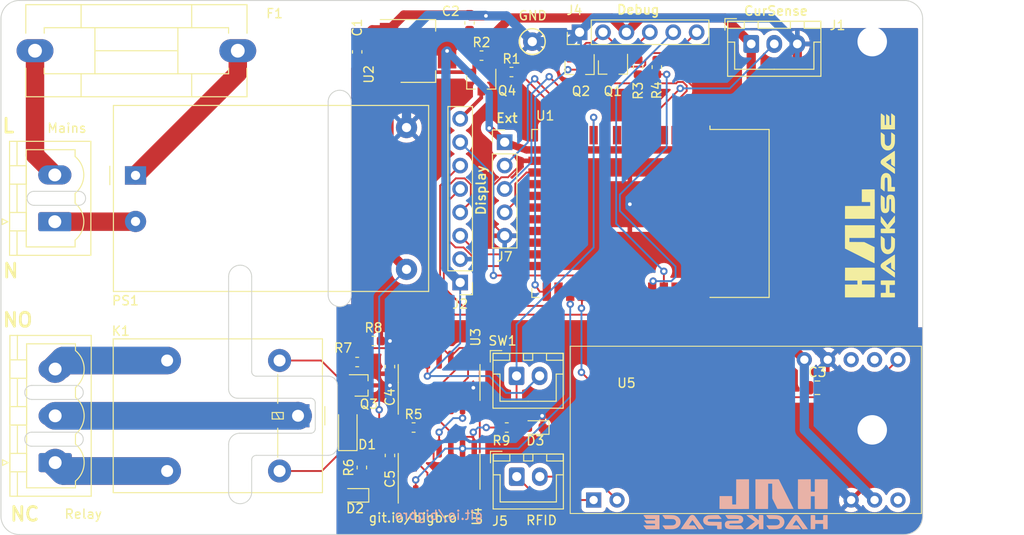
<source format=kicad_pcb>
(kicad_pcb (version 20221018) (generator pcbnew)
  (layers (0 "F.Cu" signal) (31 "B.Cu" signal) (34 "B.Paste" user) (35 "F.Paste" user) (36 "B.SilkS" user "B.Silkscreen") (37 "F.SilkS" user "F.Silkscreen") (38 "B.Mask" user) (39 "F.Mask" user) (44 "Edge.Cuts" user))
  (net 0 "")
  (net 1 "+5V")
  (net 2 "GND")
  (net 3 "+3V3")
  (net 4 "Net-(D1-A)")
  (net 5 "Net-(D2-K)")
  (net 6 "Net-(J3-Pin_1)")
  (net 7 "/~{RTS}")
  (net 8 "Net-(PS1-AC{slash}L)")
  (net 9 "/MCU_TX0")
  (net 10 "/~{DTR}")
  (net 11 "Net-(J3-Pin_2)")
  (net 12 "/~{BOOT}")
  (net 13 "/~{RESET}")
  (net 14 "Net-(J4-Pin_4)")
  (net 15 "/MCU_RX0")
  (net 16 "/card_switch")
  (net 17 "/relay_gpio")
  (net 18 "/relay")
  (net 19 "Net-(J5-Pin_1)")
  (net 20 "Net-(J5-Pin_2)")
  (net 21 "Net-(Q3-G)")
  (net 22 "Net-(Q4-B)")
  (net 26 "Ext1")
  (net 29 "Ext2")
  (net 31 "Display_Led")
  (net 34 "Ext3")
  (net 35 "/Relay_trig")
  (net 36 "/Relay_reset")
  (net 37 "/~{relay_gpio}")
  (net 38 "/~{card_switch}")
  (net 39 "/COM")
  (net 40 "/NO")
  (net 41 "/NC")
  (net 44 "Display_SCk")
  (net 45 "Display_SDA")
  (net 46 "Display_A0")
  (net 47 "Display_Reset")
  (net 48 "Display_CS")
  (net 50 "Display_backlight")
  (net 52 "ESP_RFID_TX")
  (net 57 "Net-(U3-Pad4)")
  (net 62 "Net-(D3-A)")
  (net 64 "/CurrentSense")
  (footprint "LED_SMD:LED_0603_1608Metric" (layer "F.Cu") (at 104.4195 110.744 180)
    (fp_text reference "D2")
    (fp_text value "LED")
  )
  (footprint "Package_TO_SOT_SMD:SOT-223-3_TabPin2" (layer "F.Cu") (at 111.252 62.484)
    (fp_text reference "U2")
    (fp_text value "AP1117-33")
  )
  (footprint "modules:Fuseholder5x20_horiz_SemiClosed_Casing10x25mm" (layer "F.Cu") (at 69.694 62.459)
    (fp_text reference "F1")
    (fp_text value "250mA")
  )
  (footprint "Resistor_SMD:R_0603_1608Metric" (layer "F.Cu") (at 135.128 64.2365 -90)
    (fp_text reference "R3")
    (fp_text value "1k2")
  )
  (footprint "Resistor_SMD:R_0603_1608Metric" (layer "F.Cu") (at 118.1355 62.992)
    (fp_text reference "R2")
    (fp_text value "10k")
  )
  (footprint "MountingHole:MountingHole_3.2mm_M3" (layer "F.Cu") (at 74.168 89.154)
    (fp_text reference "H1" hide)
    (fp_text value "MountingHole" hide)
  )
  (footprint "Capacitor_SMD:C_0603_1608Metric" (layer "F.Cu") (at 108.204 106.413 -90)
    (fp_text reference "C5")
    (fp_text value "100n")
  )
  (footprint "Connector_PinHeader_2.54mm:PinHeader_1x05_P2.54mm_Vertical" (layer "F.Cu") (at 120.65 72.39)
    (fp_text reference "J7")
    (fp_text value "Ext")
  )
  (footprint "Package_TO_SOT_SMD:SOT-23" (layer "F.Cu") (at 128.778 64.278 -90)
    (fp_text reference "Q2")
    (fp_text value "MMBT3904")
  )
  (footprint "RF_Module:ESP32-WROOM-32" (layer "F.Cu") (at 133.477 80.128 -90)
    (fp_text reference "U1")
    (fp_text value "ESP32-WROOM-32")
  )
  (footprint "Resistor_SMD:R_0603_1608Metric" (layer "F.Cu") (at 104.648 96.266 180)
    (fp_text reference "R7")
    (fp_text value "1k")
  )
  (footprint "hal9k-graphics:hal9k-logo_20mm" (layer "F.Cu") (at 160.274 79.248 90)
    (fp_text reference "G***" hide)
    (fp_text value "LOGO" hide)
  )
  (footprint "Capacitor_SMD:C_0603_1608Metric_Pad1.08x0.95mm_HandSolder" (layer "F.Cu") (at 116.84 59.436 90)
    (fp_text reference "C2")
    (fp_text value "10uF")
  )
  (footprint "Connector_JST:JST_XH_B3B-XH-A_1x03_P2.50mm_Vertical" (layer "F.Cu") (at 147.4 61.722)
    (fp_text reference "J1")
    (fp_text value "Current Sense")
  )
  (footprint "Converter_ACDC:Converter_ACDC_HiLink_HLK-PMxx" (layer "F.Cu") (at 80.6 76)
    (fp_text reference "PS1")
    (fp_text value "HLK-PM01")
  )
  (footprint "Package_TO_SOT_SMD:SOT-23" (layer "F.Cu") (at 118.11 65.8645 -90)
    (fp_text reference "Q4")
    (fp_text value "MMBT3906")
  )
  (footprint "Package_SO:SOIC-14_3.9x8.7mm_P1.27mm" (layer "F.Cu") (at 113.538 108.139 90)
    (fp_text reference "U4")
    (fp_text value "4011")
  )
  (footprint "TestPoint:TestPoint_Keystone_5000-5004_Miniature" (layer "F.Cu") (at 123.6472 61.468)
    (fp_text reference "TP11" hide)
    (fp_text value "TestPoint")
  )
  (footprint "Resistor_SMD:R_0603_1608Metric" (layer "F.Cu") (at 106.426 93.98)
    (fp_text reference "R8")
    (fp_text value "10k")
  )
  (footprint "LED_SMD:LED_0603_1608Metric" (layer "F.Cu") (at 123.9775 103.378 180)
    (fp_text reference "D3")
    (fp_text value "LED")
  )
  (footprint "Diode_SMD:D_SOD-123" (layer "F.Cu") (at 103.632 103.632 90)
    (fp_text reference "D1")
    (fp_text value "1N4148")
  )
  (footprint "modules:RDM6300_B38.5x18.2mm" (layer "F.Cu") (at 130.302 111.252)
    (fp_text reference "U5")
    (fp_text value "RDM6300")
  )
  (footprint "Package_TO_SOT_SMD:SOT-23" (layer "F.Cu") (at 132.4 64.246 -90)
    (fp_text reference "Q1")
    (fp_text value "MMBT3904")
  )
  (footprint "Connector_JST:JST_XH_B2B-XH-A_1x02_P2.50mm_Vertical" (layer "F.Cu") (at 121.96 108.712)
    (fp_text reference "J5")
    (fp_text value "RFID")
  )
  (footprint "Resistor_SMD:R_0603_1608Metric" (layer "F.Cu") (at 137.16 64.2365 90)
    (fp_text reference "R4")
    (fp_text value "2k2")
  )
  (footprint "Connector_Phoenix_MSTB:PhoenixContact_MSTBVA_2,5_2-G-5,08_1x02_P5.08mm_Vertical" (layer "F.Cu") (at 71.8425 81.026 90)
    (fp_text reference "J3" hide)
    (fp_text value "Mains")
  )
  (footprint "MountingHole:MountingHole_3.2mm_M3" (layer "F.Cu") (at 99.822 62.484)
    (fp_text reference "H2" hide)
    (fp_text value "MountingHole" hide)
  )
  (footprint "Relay_THT:Relay_SPDT_Omron-G5LE-1" (layer "F.Cu") (at 98.2275 102.1 -90)
    (fp_text reference "K1")
    (fp_text value "G5LE-1")
  )
  (footprint "Resistor_SMD:R_0603_1608Metric" (layer "F.Cu") (at 120.8785 103.378)
    (fp_text reference "R9")
    (fp_text value "330")
  )
  (footprint "MountingHole:MountingHole_3.2mm_M3" (layer "F.Cu") (at 160.528 61.468)
    (fp_text reference "H3" hide)
    (fp_text value "MountingHole" hide)
  )
  (footprint "Package_TO_SOT_SMD:SOT-323_SC-70" (layer "F.Cu") (at 105.096 98.806)
    (fp_text reference "Q3")
    (fp_text value "BSS138")
  )
  (footprint "MountingHole:MountingHole_3.2mm_M3" (layer "F.Cu") (at 160.528 103.632)
    (fp_text reference "H4" hide)
    (fp_text value "MountingHole" hide)
  )
  (footprint "Connector_PinHeader_2.54mm:PinHeader_1x08_P2.54mm_Vertical" (layer "F.Cu") (at 115.824 87.63 180)
    (fp_text reference "J2")
    (fp_text value "Display")
  )
  (footprint "Capacitor_SMD:C_0603_1608Metric" (layer "F.Cu") (at 108.204 96.761 -90)
    (fp_text reference "C4")
    (fp_text value "100n")
  )
  (footprint "Connector_Phoenix_MSTB:PhoenixContact_MSTBVA_2,5_3-G-5,08_1x03_P5.08mm_Vertical" (layer "F.Cu") (at 71.882 107.188 90)
    (fp_text reference "J6" hide)
    (fp_text value "Relay")
  )
  (footprint "Capacitor_SMD:C_0805_2012Metric" (layer "F.Cu") (at 154.5844 99.06)
    (fp_text reference "C3")
    (fp_text value "10u")
  )
  (footprint "Package_SO:SOIC-14_3.9x8.7mm_P1.27mm" (layer "F.Cu") (at 113.538 98.487 90)
    (fp_text reference "U3")
    (fp_text value "4011")
  )
  (footprint "Connector_PinHeader_2.54mm:PinHeader_1x06_P2.54mm_Vertical" (layer "F.Cu") (at 128.778 60.452 90)
    (fp_text reference "J4")
    (fp_text value "Debug")
  )
  (footprint "Resistor_SMD:R_0603_1608Metric" (layer "F.Cu") (at 121.3865 64.77)
    (fp_text reference "R1")
    (fp_text value "1k")
  )
  (footprint "Capacitor_SMD:C_0603_1608Metric" (layer "F.Cu") (at 104.648 62.5845 90)
    (fp_text reference "C1")
    (fp_text value "1uF")
  )
  (footprint "Resistor_SMD:R_0603_1608Metric" (layer "F.Cu") (at 110.7695 103.378)
    (fp_text reference "R5")
    (fp_text value "10k")
  )
  (footprint "Resistor_SMD:R_0603_1608Metric" (layer "F.Cu") (at 105.156 107.7215 90)
    (fp_text reference "R6")
    (fp_text value "1K")
  )
  (footprint "Connector_JST:JST_XH_B2B-XH-A_1x02_P2.50mm_Vertical" (layer "F.Cu") (at 121.94 97.773)
    (fp_text reference "SW1")
    (fp_text value "Card switch")
  )
  (footprint "hal9k-graphics:hal9k-logo_20mm" (layer "B.Cu") (at 145.6944 111.7 180)
    (fp_text reference "G***" hide)
    (fp_text value "LOGO" hide)
  )
  (gr_arc (start 69.342 100.33) (mid 68.58 99.568) (end 69.342 98.806) (stroke (width 0.1)) (layer "Edge.Cuts"))
  (gr_arc (start 104 89) (mid 102.75 90.25) (end 101.5 89) (stroke (width 0.1)) (layer "Edge.Cuts"))
  (gr_arc (start 101.5 68) (mid 102.75 66.75) (end 104 68) (stroke (width 0.1)) (layer "Edge.Cuts"))
  (gr_line (start 74.422 79.248) (end 69.596 79.248) (stroke (width 0.1)) (layer "Edge.Cuts"))
  (gr_line (start 91.9 104) (end 99.6 104) (stroke (width 0.1)) (layer "Edge.Cuts"))
  (gr_line (start 74.168 100.33) (end 69.342 100.33) (stroke (width 0.1)) (layer "Edge.Cuts"))
  (gr_line (start 100.1 103.5) (end 100.1 100.7) (stroke (width 0.1)) (layer "Edge.Cuts"))
  (gr_arc (start 101.5 97.8) (mid 102.207107 98.092893) (end 102.5 98.8) (stroke (width 0.1)) (layer "Edge.Cuts"))
  (gr_line (start 90.7 99.2) (end 90.7 86.992893) (stroke (width 0.1)) (layer "Edge.Cuts"))
  (gr_line (start 101.5 89) (end 101.5 68) (stroke (width 0.1)) (layer "Edge.Cuts"))
  (gr_line (start 99.6 100.2) (end 91.7 100.2) (stroke (width 0.1)) (layer "Edge.Cuts"))
  (gr_arc (start 74.168 98.806) (mid 74.93 99.568) (end 74.168 100.33) (stroke (width 0.1)) (layer "Edge.Cuts"))
  (gr_line (start 93.7 97.8) (end 101.5 97.8) (stroke (width 0.1)) (layer "Edge.Cuts"))
  (gr_arc (start 90.7 86.992893) (mid 91.953564 85.742888) (end 93.2 87) (stroke (width 0.1)) (layer "Edge.Cuts"))
  (gr_arc (start 93.2 106.9) (mid 93.346447 106.546447) (end 93.7 106.4) (stroke (width 0.1)) (layer "Edge.Cuts"))
  (gr_line (start 166 59) (end 166 113) (stroke (width 0.1)) (layer "Edge.Cuts"))
  (gr_arc (start 69.342 105.41) (mid 68.58 104.648) (end 69.342 103.886) (stroke (width 0.1)) (layer "Edge.Cuts"))
  (gr_arc (start 93.7 97.8) (mid 93.346447 97.653553) (end 93.2 97.3) (stroke (width 0.1)) (layer "Edge.Cuts"))
  (gr_arc (start 68 115) (mid 66.585786 114.414214) (end 66 113) (stroke (width 0.1)) (layer "Edge.Cuts"))
  (gr_arc (start 166 113) (mid 165.414214 114.414214) (end 164 115) (stroke (width 0.1)) (layer "Edge.Cuts"))
  (gr_arc (start 100.1 103.5) (mid 99.953553 103.853553) (end 99.6 104) (stroke (width 0.1)) (layer "Edge.Cuts"))
  (gr_arc (start 91.7 100.2) (mid 90.992893 99.907107) (end 90.7 99.2) (stroke (width 0.1)) (layer "Edge.Cuts"))
  (gr_line (start 90.7 110.4) (end 90.7 105.2) (stroke (width 0.1)) (layer "Edge.Cuts"))
  (gr_line (start 66 113) (end 66 59) (stroke (width 0.1)) (layer "Edge.Cuts"))
  (gr_line (start 93.2 87) (end 93.2 97.3) (stroke (width 0.1)) (layer "Edge.Cuts"))
  (gr_arc (start 93.2 110.4) (mid 91.95 111.65) (end 90.7 110.4) (stroke (width 0.1)) (layer "Edge.Cuts"))
  (gr_arc (start 69.596 79.248) (mid 68.834 78.486) (end 69.596 77.724) (stroke (width 0.1)) (layer "Edge.Cuts"))
  (gr_line (start 68 57) (end 164 57) (stroke (width 0.1)) (layer "Edge.Cuts"))
  (gr_line (start 102.5 98.8) (end 102.5 105.4) (stroke (width 0.1)) (layer "Edge.Cuts"))
  (gr_arc (start 66 59) (mid 66.585786 57.585786) (end 68 57) (stroke (width 0.1)) (layer "Edge.Cuts"))
  (gr_line (start 164 115) (end 68 115) (stroke (width 0.1)) (layer "Edge.Cuts"))
  (gr_line (start 69.342 98.806) (end 74.168 98.806) (stroke (width 0.1)) (layer "Edge.Cuts"))
  (gr_arc (start 164 57) (mid 165.414214 57.585786) (end 166 59) (stroke (width 0.1)) (layer "Edge.Cuts"))
  (gr_arc (start 74.168 103.886) (mid 74.93 104.648) (end 74.168 105.41) (stroke (width 0.1)) (layer "Edge.Cuts"))
  (gr_line (start 101.5 106.4) (end 93.7 106.4) (stroke (width 0.1)) (layer "Edge.Cuts"))
  (gr_arc (start 90.7 105.2) (mid 91.051472 104.351472) (end 91.9 104) (stroke (width 0.1)) (layer "Edge.Cuts"))
  (gr_line (start 69.342 103.886) (end 74.168 103.886) (stroke (width 0.1)) (layer "Edge.Cuts"))
  (gr_arc (start 99.6 100.2) (mid 99.953553 100.346447) (end 100.1 100.7) (stroke (width 0.1)) (layer "Edge.Cuts"))
  (gr_arc (start 74.422 77.724) (mid 75.184 78.486) (end 74.422 79.248) (stroke (width 0.1)) (layer "Edge.Cuts"))
  (gr_line (start 74.168 105.41) (end 69.342 105.41) (stroke (width 0.1)) (layer "Edge.Cuts"))
  (gr_line (start 69.596 77.724) (end 74.422 77.724) (stroke (width 0.1)) (layer "Edge.Cuts"))
  (gr_line (start 93.2 106.9) (end 93.2 110.4) (stroke (width 0.1)) (layer "Edge.Cuts"))
  (gr_line (start 104 89) (end 104 68) (stroke (width 0.1)) (layer "Edge.Cuts"))
  (gr_arc (start 102.5 105.4) (mid 102.207107 106.107107) (end 101.5 106.4) (stroke (width 0.1)) (layer "Edge.Cuts"))
  (gr_text "git.io/bigbro" (at 113.491092 112.897773) (layer "B.SilkS") (effects (font (size 1 1)) (justify mirror)))
  (gr_text "git.io/bigbro" (at 110.6932 113.1824) (layer "F.SilkS") (effects (font (size 1 1))))
  (gr_text "Ext" (at 119.634 70.358) (layer "F.SilkS") (effects (font (size 1 1) (thickness 0.18) bold) (justify left bottom)))
  (gr_text "RFID" (at 122.8852 114.046) (layer "F.SilkS") (effects (font (size 1 1)) (justify left bottom)))
  (gr_text "CurSense" (at 146.5072 58.7248) (layer "F.SilkS") (effects (font (size 1 1) (thickness 0.18) bold) (justify left bottom)))
  (gr_text "N" (at 67.056 86.36) (layer "F.SilkS") (effects (font (size 1.5 1.5) (thickness 0.3))))
  (gr_text "NO" (at 67.818 91.694) (layer "F.SilkS") (effects (font (size 1.5 1.5) (thickness 0.3))))
  (gr_text "NC" (at 68.58 112.776) (layer "F.SilkS") (effects (font (size 1.5 1.5) (thickness 0.3))))
  (gr_text "L" (at 66.802 70.612) (layer "F.SilkS") (effects (font (size 1.5 1.5) (thickness 0.3))))
  (gr_text "Display" (at 118.6688 80.4164 90) (layer "F.SilkS") (effects (font (size 1 1) (thickness 0.18) bold) (justify left bottom)))
  (gr_text "GND" (at 122.0724 59.2328) (layer "F.SilkS") (effects (font (size 1 1)) (justify left bottom)))
  (segment (start 100.814 108.1) (end 96.2275 108.1) (width 0.2) (layer "F.Cu") (net 1))
  (segment (start 117.017 64.784) (end 117.16 64.927) (width 0.4) (layer "F.Cu") (net 1))
  (segment (start 147.4 90.25) (end 153.162 96.012) (width 1) (layer "F.Cu") (net 1))
  (segment (start 135.408 58.902) (end 144.58 58.902) (width 1) (layer "F.Cu") (net 1))
  (segment (start 133.858 60.452) (end 135.408 58.902) (width 1) (layer "F.Cu") (net 1))
  (segment (start 103.632 105.282) (end 100.814 108.1) (width 0.2) (layer "F.Cu") (net 1))
  (segment (start 144.58 58.902) (end 147.4 61.722) (width 1) (layer "F.Cu") (net 1))
  (segment (start 117.348 62.792691) (end 121.238691 58.902) (width 1) (layer "F.Cu") (net 1))
  (segment (start 108.102 64.784) (end 117.017 64.784) (width 0.4) (layer "F.Cu") (net 1))
  (segment (start 108.102 84.302) (end 110 86.2) (width 1) (layer "F.Cu") (net 1))
  (segment (start 153.162 96.012) (end 153.162 98.5876) (width 0.4) (layer "F.Cu") (net 1))
  (segment (start 153.162 98.5876) (end 153.6344 99.06) (width 0.4) (layer "F.Cu") (net 1))
  (segment (start 108.102 64.784) (end 108.102 84.302) (width 1) (layer "F.Cu") (net 1))
  (segment (start 104.648 63.3595) (end 106.0725 64.784) (width 1) (layer "F.Cu") (net 1))
  (segment (start 104.407 111.519) (end 105.640623 111.519) (width 0.2) (layer "F.Cu") (net 1))
  (segment (start 105.640623 111.519) (end 107.0356 110.124023) (width 0.2) (layer "F.Cu") (net 1))
  (segment (start 117.348 62.992) (end 117.348 64.739) (width 0.4) (layer "F.Cu") (net 1))
  (segment (start 121.238691 58.902) (end 132.308 58.902) (width 1) (layer "F.Cu") (net 1))
  (segment (start 147.4 61.722) (end 147.4 90.25) (width 1) (layer "F.Cu") (net 1))
  (segment (start 106.0725 64.784) (end 108.102 64.784) (width 1) (layer "F.Cu") (net 1))
  (segment (start 103.632 105.282) (end 103.632 110.744) (width 0.2) (layer "F.Cu") (net 1))
  (segment (start 103.632 110.744) (end 104.407 111.519) (width 0.2) (layer "F.Cu") (net 1))
  (segment (start 117.348 64.739) (end 117.16 64.927) (width 0.4) (layer "F.Cu") (net 1))
  (segment (start 117.348 62.992) (end 117.348 62.792691) (width 1) (layer "F.Cu") (net 1))
  (segment (start 132.308 58.902) (end 133.858 60.452) (width 1) (layer "F.Cu") (net 1))
  (segment (start 107.0356 110.124023) (end 107.0356 101.4476) (width 0.2) (layer "F.Cu") (net 1))
  (via (at 107.0356 101.4476) (size 0.8) (drill 0.4) (layers "F.Cu" "B.Cu") (net 1))
  (segment (start 107.0356 89.1644) (end 110 86.2) (width 0.2) (layer "B.Cu") (net 1))
  (segment (start 153.162 96.012) (end 153.162 103.632) (width 1) (layer "B.Cu") (net 1))
  (segment (start 153.162 103.632) (end 160.782 111.252) (width 1) (layer "B.Cu") (net 1))
  (segment (start 107.0356 101.4476) (end 107.0356 89.1644) (width 0.2) (layer "B.Cu") (net 1))
  (segment (start 108.204 97.536) (end 108.204 98.806) (width 0.2) (layer "F.Cu") (net 2))
  (segment (start 121.006346 76.2) (end 120.293654 76.2) (width 0.2) (layer "F.Cu") (net 2))
  (segment (start 117.2485 100.8625) (end 117.348 100.962) (width 0.2) (layer "F.Cu") (net 2))
  (segment (start 141.732 67.025777) (end 141.732 71.628) (width 0.2) (layer "F.Cu") (net 2))
  (segment (start 119.38 81.28) (end 120.65 82.55) (width 0.2) (layer "F.Cu") (net 2))
  (segment (start 112.938 104.722604) (end 112.938 107.858) (width 0.2) (layer "F.Cu") (net 2))
  (segment (start 141.732 72.828) (end 135.432 79.128) (width 0.2) (layer "F.Cu") (net 2))
  (segment (start 137.16 63.449) (end 138.155223 63.449) (width 0.2) (layer "F.Cu") (net 2))
  (segment (start 106.2735 60.184) (end 108.102 60.184) (width 1) (layer "F.Cu") (net 2))
  (segment (start 129.517 74.413) (end 134.232 79.128) (width 0.2) (layer "F.Cu") (net 2))
  (segment (start 124.222 74.413) (end 129.517 74.413) (width 0.2) (layer "F.Cu") (net 2))
  (segment (start 124.222 74.413) (end 122.793346 74.413) (width 0.2) (layer "F.Cu") (net 2))
  (segment (start 108.204 110.701396) (end 109.391604 111.889) (width 0.2) (layer "F.Cu") (net 2))
  (segment (start 109.7125 58.5735) (end 108.102 60.184) (width 1) (layer "F.Cu") (net 2))
  (segment (start 104.648 61.8095) (end 106.2735 60.184) (width 1) (layer "F.Cu") (net 2))
  (segment (start 117.2485 99.06) (end 117.2485 100.8625) (width 0.2) (layer "F.Cu") (net 2))
  (segment (start 155.702 98.8924) (end 155.5344 99.06) (width 0.4) (layer "F.Cu") (net 2))
  (segment (start 141.732 86.628) (end 141.732 88.628) (width 0.2) (layer "F.Cu") (net 2))
  (segment (start 114.808 109.728) (end 114.808 110.614) (width 0.2) (layer "F.Cu") (net 2))
  (segment (start 155.702 96.012) (end 155.702 98.8924) (width 0.4) (layer "F.Cu") (net 2))
  (segment (start 138.155223 63.449) (end 141.732 67.025777) (width 0.2) (layer "F.Cu") (net 2))
  (segment (start 112.938 107.858) (end 114.808 109.728) (width 0.2) (layer "F.Cu") (net 2))
  (segment (start 152.4 92.71) (end 155.702 96.012) (width 1) (layer "F.Cu") (net 2))
  (segment (start 119.38 77.113654) (end 119.38 81.28) (width 0.2) (layer "F.Cu") (net 2))
  (segment (start 134.232 79.128) (end 141.732 86.628) (width 0.2) (layer "F.Cu") (net 2))
  (segment (start 124.714 102.108) (end 124.714 103.327) (width 0.2) (layer "F.Cu") (net 2))
  (segment (start 152.4 61.722) (end 152.4 92.71) (width 1) (layer "F.Cu") (net 2))
  (segment (start 118.618 58.674) (end 116.9405 58.674) (width 1) (layer "F.Cu") (net 2))
  (segment (start 124.714 103.327) (end 124.765 103.378) (width 0.2) (layer "F.Cu") (net 2))
  (segment (start 108.204 107.188) (end 108.204 110.701396) (width 0.2) (layer "F.Cu") (net 2))
  (segment (start 120.293654 76.2) (end 119.38 77.113654) (width 0.2) (layer "F.Cu") (net 2))
  (segment (start 114.808 110.614) (end 116.078 110.614) (width 0.2) (layer "F.Cu") (net 2))
  (segment (start 122.793346 74.413) (end 121.006346 76.2) (width 0.2) (layer "F.Cu") (net 2))
  (segment (start 109.391604 111.889) (end 114.171 111.889) (width 0.2) (layer "F.Cu") (net 2))
  (segment (start 114.808 111.252) (end 114.808 110.614) (width 0.2) (layer "F.Cu") (net 2))
  (segment (start 108.204 98.806) (end 106.096 98.806) (width 0.2) (layer "F.Cu") (net 2))
  (segment (start 114.171 111.889) (end 114.808 111.252) (width 0.2) (layer "F.Cu") (net 2))
  (segment (start 116.9405 58.674) (end 116.84 58.5735) (width 1) (layer "F.Cu") (net 2))
  (segment (start 111.557 103.378) (end 111.593396 103.378) (width 0.2) (layer "F.Cu") (net 2))
  (segment (start 107.2135 93.98) (end 108.204 93.98) (width 0.2) (layer "F.Cu") (net 2))
  (segment (start 116.078 110.614) (end 117.348 110.614) (width 0.2) (layer "F.Cu") (net 2))
  (segment (start 111.593396 103.378) (end 112.938 104.722604) (width 0.2) (layer "F.Cu") (net 2))
  (segment (start 116.84 58.5735) (end 109.7125 58.5735) (width 1) (layer "F.Cu") (net 2))
  (segment (start 135.432 79.128) (end 134.232 79.128) (width 0.2) (layer "F.Cu") (net 2))
  (segment (start 141.732 71.628) (end 141.732 72.828) (width 0.2) (layer "F.Cu") (net 2))
  (via (at 108.204 93.98) (size 0.8) (drill 0.4) (layers "F.Cu" "B.Cu") (net 2))
  (via (at 108.204 98.806) (size 0.8) (drill 0.4) (layers "F.Cu" "B.Cu") (net 2))
  (via (at 124.714 102.108) (size 0.8) (drill 0.4) (layers "F.Cu" "B.Cu") (net 2))
  (via (at 118.618 58.674) (size 0.8) (drill 0.4) (layers "F.Cu" "B.Cu") (net 2))
  (via (at 117.2485 99.06) (size 0.8) (drill 0.4) (layers "F.Cu" "B.Cu") (net 2))
  (via (at 134.232 79.128) (size 0.8) (drill 0.4) (layers "F.Cu" "B.Cu") (net 2))
  (segment (start 152.4518 94.487) (end 151.637 95.3018) (width 1) (layer "B.Cu") (net 2))
  (segment (start 118.5672 58.6232) (end 118.618 58.674) (width 1) (layer "B.Cu") (net 2))
  (segment (start 151.637 104.647) (end 158.242 111.252) (width 1) (layer "B.Cu") (net 2))
  (segment (start 116.9945 98.806) (end 117.2485 99.06) (width 0.2) (layer "B.Cu") (net 2))
  (segment (start 151.637 95.3018) (end 151.637 104.647) (width 1) (layer "B.Cu") (net 2))
  (segment (start 112.268 58.6232) (end 118.5672 58.6232) (width 1) (layer "B.Cu") (net 2))
  (segment (start 120.8532 58.674) (end 123.6472 61.468) (width 1) (layer "B.Cu") (net 2))
  (segment (start 122.174 102.1588) (end 124.714 102.108) (width 0.2) (layer "B.Cu") (net 2))
  (segment (start 117.2485 99.06) (end 119.126 99.0092) (width 0.2) (layer "B.Cu") (net 2))
  (segment (start 108.204 93.98) (end 108.204 98.806) (width 0.2) (layer "B.Cu") (net 2))
  (segment (start 110 70.8) (end 110 60.8912) (width 1) (layer "B.Cu") (net 2))
  (segment (start 108.204 98.806) (end 116.9945 98.806) (width 0.2) (layer "B.Cu") (net 2))
  (segment (start 128.778 60.452) (end 130.328 58.902) (width 1) (layer "B.Cu") (net 2))
  (segment (start 155.702 96.012) (end 154.177 94.487) (width 1) (layer "B.Cu") (net 2))
  (segment (start 149.58 58.902) (end 152.4 61.722) (width 1) (layer "B.Cu") (net 2))
  (segment (start 154.177 94.487) (end 152.4518 94.487) (width 1) (layer "B.Cu") (net 2))
  (segment (start 119.126 99.0092) (end 122.174 102.1588) (width 0.2) (layer "B.Cu") (net 2))
  (segment (start 123.6472 61.468) (end 127.762 61.468) (width 1) (layer "B.Cu") (net 2))
  (segment (start 118.618 58.674) (end 120.8532 58.674) (width 1) (layer "B.Cu") (net 2))
  (segment (start 134.994 79.128) (end 134.232 79.128) (width 1) (layer "B.Cu") (net 2))
  (segment (start 110 60.8912) (end 112.268 58.6232) (width 1) (layer "B.Cu") (net 2))
  (segment (start 127.762 61.468) (end 128.778 60.452) (width 1) (layer "B.Cu") (net 2))
  (segment (start 152.4 61.722) (end 134.994 79.128) (width 1) (layer "B.Cu") (net 2))
  (segment (start 130.328 58.902) (end 149.58 58.902) (width 1) (layer "B.Cu") (net 2))
  (segment (start 140.462 71.628) (end 140.462 73.008) (width 0.8) (layer "F.Cu") (net 3))
  (segment (start 110.998 96.012) (end 112.268 96.012) (width 0.2) (layer "F.Cu") (net 3))
  (segment (start 123.012 73.228) (end 120.65 72.39) (width 0.8) (layer "F.Cu") (net 3))
  (segment (start 114.402 62.484) (end 114.6545 62.484) (width 1) (layer "F.Cu") (net 3))
  (segment (start 114.6545 62.484) (end 116.84 60.2985) (width 1) (layer "F.Cu") (net 3))
  (segment (start 109.728 96.012) (end 108.23 96.012) (width 0.2) (layer "F.Cu") (net 3))
  (segment (start 109.128 105.064) (end 109.728 105.664) (width 0.2) (layer "F.Cu") (net 3))
  (segment (start 109.728 96.012) (end 109.128 96.612) (width 0.2) (layer "F.Cu") (net 3))
  (segment (start 120.65 72.39) (end 118.9736 70.866) (width 0.8) (layer "F.Cu") (net 3))
  (segment (start 140.462 73.008) (end 140.242 73.228) (width 0.8) (layer "F.Cu") (net 3))
  (segment (start 109.728 96.012) (end 110.998 96.012) (width 0.2) (layer "F.Cu") (net 3))
  (segment (start 109.128 96.612) (end 109.128 105.064) (width 0.2) (layer "F.Cu") (net 3))
  (segment (start 108.204 105.638) (end 109.702 105.638) (width 0.2) (layer "F.Cu") (net 3))
  (segment (start 109.702 105.638) (end 109.728 105.664) (width 0.2) (layer "F.Cu") (net 3))
  (segment (start 112.268 96.012) (end 112.268 97.79) (width 0.2) (layer "F.Cu") (net 3))
  (segment (start 108.23 96.012) (end 108.204 95.986) (width 0.2) (layer "F.Cu") (net 3))
  (segment (start 140.242 73.228) (end 123.012 73.228) (width 0.8) (layer "F.Cu") (net 3))
  (segment (start 108.102 62.484) (end 114.402 62.484) (width 1) (layer "F.Cu") (net 3))
  (via (at 118.9736 70.866) (size 0.8) (drill 0.4) (layers "F.Cu" "B.Cu") (net 3))
  (via (at 114.402 62.484) (size 0.8) (drill 0.4) (layers "F.Cu" "B.Cu") (net 3))
  (via (at 112.268 97.79) (size 0.8) (drill 0.4) (layers "F.Cu" "B.Cu") (net 3))
  (segment (start 115.824 87.63) (end 115.824 94.234) (width 0.2) (layer "B.Cu") (net 3))
  (segment (start 115.824 87.63) (end 114.274 86.08) (width 1) (layer "B.Cu") (net 3))
  (segment (start 118.9736 70.866) (end 118.9736 67.0556) (width 0.8) (layer "B.Cu") (net 3))
  (segment (start 118.9736 67.0556) (end 114.402 62.484) (width 0.8) (layer "B.Cu") (net 3))
  (segment (start 115.824 94.234) (end 112.268 97.79) (width 0.2) (layer "B.Cu") (net 3))
  (segment (start 120.8024 99.6188) (end 122.5942 99.6188) (width 0.2) (layer "B.Cu") (net 3))
  (segment (start 114.274 62.612) (end 114.402 62.484) (width 1) (layer "B.Cu") (net 3))
  (segment (start 112.268 97.79) (end 118.9736 97.79) (width 0.2) (layer "B.Cu") (net 3))
  (segment (start 122.5942 99.6188) (end 124.44 97.773) (width 0.2) (layer "B.Cu") (net 3))
  (segment (start 114.274 86.08) (end 114.274 62.612) (width 1) (layer "B.Cu") (net 3))
  (segment (start 118.9736 97.79) (end 120.8024 99.6188) (width 0.2) (layer "B.Cu") (net 3))
  (segment (start 104.096 101.518) (end 103.632 101.982) (width 0.2) (layer "F.Cu") (net 4))
  (segment (start 105.156 103.506) (end 103.632 101.982) (width 0.2) (layer "F.Cu") (net 4))
  (segment (start 105.156 106.934) (end 105.156 103.506) (width 0.2) (layer "F.Cu") (net 4))
  (segment (start 104.096 99.456) (end 104.096 101.518) (width 0.2) (layer "F.Cu") (net 4))
  (segment (start 104.096 99.456) (end 100.74 96.1) (width 0.2) (layer "F.Cu") (net 4))
  (segment (start 100.74 96.1) (end 96.2275 96.1) (width 0.2) (layer "F.Cu") (net 4))
  (segment (start 105.156 110.693) (end 105.207 110.744) (width 0.2) (layer "F.Cu") (net 5))
  (segment (start 105.156 108.509) (end 105.156 110.693) (width 0.2) (layer "F.Cu") (net 5))
  (segment (start 71.8425 81.026) (end 80.574 81.026) (width 2) (layer "F.Cu") (net 6))
  (segment (start 80.574 81.026) (end 80.6 81) (width 2) (layer "F.Cu") (net 6))
  (segment (start 129.504 61.602) (end 127.828 63.278) (width 0.2) (layer "F.Cu") (net 7))
  (segment (start 131.318 60.452) (end 130.168 61.602) (width 0.2) (layer "F.Cu") (net 7))
  (segment (start 130.168 61.602) (end 129.504 61.602) (width 0.2) (layer "F.Cu") (net 7))
  (segment (start 131.318 60.452) (end 133.35 62.484) (width 0.2) (layer "F.Cu") (net 7))
  (segment (start 133.35 62.484) (end 133.35 63.246) (width 0.2) (layer "F.Cu") (net 7))
  (segment (start 91.694 64.906) (end 80.6 76) (width 2) (layer "F.Cu") (net 8))
  (segment (start 91.694 62.459) (end 91.694 64.906) (width 2) (layer "F.Cu") (net 8))
  (segment (start 137.922 86.4108) (end 137.922 88.628) (width 0.2) (layer "F.Cu") (net 9))
  (via (at 137.922 86.4108) (size 0.8) (drill 0.4) (layers "F.Cu" "B.Cu") (net 9))
  (segment (start 138.938 60.452) (end 132.747299 66.642701) (width 0.2) (layer "B.Cu") (net 9))
  (segment (start 132.747299 81.236099) (end 137.922 86.4108) (width 0.2) (layer "B.Cu") (net 9))
  (segment (start 132.747299 66.642701) (end 132.747299 81.236099) (width 0.2) (layer "B.Cu") (net 9))
  (segment (start 131.45 63.246) (end 129.76 63.246) (width 0.2) (layer "F.Cu") (net 10))
  (segment (start 132.3905 64.1865) (end 131.45 63.246) (width 0.2) (layer "F.Cu") (net 10))
  (segment (start 135.7115 64.1865) (end 132.3905 64.1865) (width 0.2) (layer "F.Cu") (net 10))
  (segment (start 136.688877 62.7115) (end 135.903 63.497377) (width 0.2) (layer "F.Cu") (net 10))
  (segment (start 135.903 63.995) (end 135.7115 64.1865) (width 0.2) (layer "F.Cu") (net 10))
  (segment (start 135.903 63.497377) (end 135.903 63.995) (width 0.2) (layer "F.Cu") (net 10))
  (segment (start 141.478 60.452) (end 139.2185 62.7115) (width 0.2) (layer "F.Cu") (net 10))
  (segment (start 129.76 63.246) (end 129.728 63.278) (width 0.2) (layer "F.Cu") (net 10))
  (segment (start 139.2185 62.7115) (end 136.688877 62.7115) (width 0.2) (layer "F.Cu") (net 10))
  (segment (start 69.694 62.459) (end 69.694 73.7975) (width 2) (layer "F.Cu") (net 11))
  (segment (start 69.694 73.7975) (end 71.8425 75.946) (width 2) (layer "F.Cu") (net 11))
  (segment (start 124.46 88.628) (end 125.222 88.628) (width 0.2) (layer "F.Cu") (net 12))
  (segment (start 131.67 64.516) (end 132.4 65.246) (width 0.2) (layer "F.Cu") (net 12))
  (segment (start 127.508 64.516) (end 131.67 64.516) (width 0.2) (layer "F.Cu") (net 12))
  (segment (start 123.952 87.884) (end 124.46 88.628) (width 0.2) (layer "F.Cu") (net 12))
  (via (at 123.952 87.884) (size 0.8) (drill 0.4) (layers "F.Cu" "B.Cu") (net 12))
  (via (at 127.508 64.516) (size 0.8) (drill 0.4) (layers "F.Cu" "B.Cu") (net 12))
  (segment (start 123.952 67.564) (end 127.508 64.516) (width 0.2) (layer "B.Cu") (net 12))
  (segment (start 123.952 87.884) (end 123.952 67.564) (width 0.2) (layer "B.Cu") (net 12))
  (segment (start 140.3995 66.837743) (end 140.3995 66.258257) (width 0.2) (layer "F.Cu") (net 13))
  (segment (start 129.496 65.996) (end 128.778 65.278) (width 0.2) (layer "F.Cu") (net 13))
  (segment (start 139.262757 65.996) (end 129.496 65.996) (width 0.2) (layer "F.Cu") (net 13))
  (segment (start 139.192 68.045243) (end 140.3995 66.837743) (width 0.2) (layer "F.Cu") (net 13))
  (segment (start 140.3995 66.258257) (end 139.989743 65.8485) (width 0.2) (layer "F.Cu") (net 13))
  (segment (start 139.192 71.628) (end 139.192 68.045243) (width 0.2) (layer "F.Cu") (net 13))
  (segment (start 139.989743 65.8485) (end 139.410257 65.8485) (width 0.2) (layer "F.Cu") (net 13))
  (segment (start 139.410257 65.8485) (end 139.262757 65.996) (width 0.2) (layer "F.Cu") (net 13))
  (segment (start 135.128 61.722) (end 135.128 63.449) (width 0.2) (layer "F.Cu") (net 14))
  (segment (start 136.398 60.452) (end 135.128 61.722) (width 0.2) (layer "F.Cu") (net 14))
  (segment (start 136.7536 88.5264) (end 136.652 88.628) (width 0.2) (layer "F.Cu") (net 15))
  (segment (start 137.16 65.024) (end 138.2268 65.024) (width 0.2) (layer "F.Cu") (net 15))
  (segment (start 135.128 65.024) (end 137.16 65.024) (width 0.2) (layer "F.Cu") (net 15))
  (segment (start 136.7536 87.4776) (end 136.7536 88.5264) (width 0.2) (layer "F.Cu") (net 15))
  (via (at 138.2268 65.024) (size 0.8) (drill 0.4) (layers "F.Cu" "B.Cu") (net 15))
  (via (at 136.7536 87.4776) (size 0.8) (drill 0.4) (layers "F.Cu" "B.Cu") (net 15))
  (segment (start 133.1468 79.8576) (end 139.192 85.9028) (width 0.2) (layer "B.Cu") (net 15))
  (segment (start 138.7348 87.4776) (end 136.7536 87.4776) (width 0.2) (layer "B.Cu") (net 15))
  (segment (start 139.192 87.0204) (end 138.7348 87.4776) (width 0.2) (layer "B.Cu") (net 15))
  (segment (start 133.1468 78.0796) (end 133.1468 79.8576) (width 0.2) (layer "B.Cu") (net 15))
  (segment (start 138.2268 72.9996) (end 133.1468 78.0796) (width 0.2) (layer "B.Cu") (net 15))
  (segment (start 139.192 85.9028) (end 139.192 87.0204) (width 0.2) (layer "B.Cu") (net 15))
  (segment (start 138.2268 65.024) (end 138.2268 72.9996) (width 0.2) (layer "B.Cu") (net 15))
  (segment (start 112.938 100.020604) (end 112.938 102.016) (width 0.2) (layer "F.Cu") (net 16))
  (segment (start 110.998 100.620604) (end 112.050604 99.568) (width 0.2) (layer "F.Cu") (net 16))
  (segment (start 109.982 101.216) (end 109.728 100.962) (width 0.2) (layer "F.Cu") (net 16))
  (segment (start 120.091 103.378) (end 118.6475 103.378) (width 0.2) (layer "F.Cu") (net 16))
  (segment (start 117.089 104.389) (end 117.348 104.648) (width 0.2) (layer "F.Cu") (net 16))
  (segment (start 117.2485 103.886) (end 117.2485 105.5645) (width 0.2) (layer "F.Cu") (net 16))
  (segment (start 115.311 104.389) (end 117.089 104.389) (width 0.2) (layer "F.Cu") (net 16))
  (segment (start 109.982 103.378) (end 109.982 101.216) (width 0.2) (layer "F.Cu") (net 16))
  (segment (start 112.050604 99.568) (end 112.485396 99.568) (width 0.2) (layer "F.Cu") (net 16))
  (segment (start 121.94 101.529) (end 120.091 103.378) (width 0.2) (layer "F.Cu") (net 16))
  (segment (start 112.938 102.016) (end 115.311 104.389) (width 0.2) (layer "F.Cu") (net 16))
  (segment (start 121.94 97.773) (end 121.94 101.529) (width 0.2) (layer "F.Cu") (net 16))
  (segment (start 117.348 104.648) (end 117.348 105.664) (width 0.2) (layer "F.Cu") (net 16))
  (segment (start 110.998 100.962) (end 110.998 100.620604) (width 0.2) (layer "F.Cu") (net 16))
  (segment (start 109.728 100.962) (end 110.998 100.962) (width 0.2) (layer "F.Cu") (net 16))
  (segment (start 117.2485 105.5645) (end 117.348 105.664) (width 0.2) (layer "F.Cu") (net 16))
  (segment (start 130.302 71.628) (end 130.302 69.6976) (width 0.2) (layer "F.Cu") (net 16))
  (segment (start 112.485396 99.568) (end 112.938 100.020604) (width 0.2) (layer "F.Cu") (net 16))
  (via (at 117.2485 103.886) (size 0.8) (drill 0.4) (layers "F.Cu" "B.Cu") (net 16))
  (via (at 118.6475 103.378) (size 0.8) (drill 0.4) (layers "F.Cu" "B.Cu") (net 16))
  (via (at 130.302 69.6976) (size 0.8) (drill 0.4) (layers "F.Cu" "B.Cu") (net 16))
  (segment (start 118.6475 103.378) (end 117.7565 103.378) (width 0.2) (layer "B.Cu") (net 16))
  (segment (start 117.7565 103.378) (end 117.2485 103.886) (width 0.2) (layer "B.Cu") (net 16))
  (segment (start 130.302 69.6976) (end 130.302 83.82) (width 0.2) (layer "B.Cu") (net 16))
  (segment (start 121.94 92.182) (end 130.302 83.82) (width 0.2) (layer "B.Cu") (net 16))
  (segment (start 121.94 97.773) (end 121.94 92.182) (width 0.2) (layer "B.Cu") (net 16))
  (segment (start 109.728 110.614) (end 110.998 110.614) (width 0.2) (layer "F.Cu") (net 17))
  (segment (start 110.998 109.0676) (end 110.998 110.614) (width 0.2) (layer "F.Cu") (net 17))
  (segment (start 127.762 88.628) (end 127.762 89.9785) (width 0.2) (layer "F.Cu") (net 17))
  (via (at 116.078 105.664) (size 0.8) (drill 0.4) (layers "F.Cu" "B.Cu") (net 17))
  (via (at 110.998 109.0676) (size 0.8) (drill 0.4) (layers "F.Cu" "B.Cu") (net 17))
  (via (at 127.762 89.9785) (size 0.8) (drill 0.4) (layers "F.Cu" "B.Cu") (net 17))
  (segment (start 114.2005 105.664) (end 116.078 105.664) (width 0.2) (layer "B.Cu") (net 17))
  (segment (start 127.762 89.9785) (end 127.762 100.04995) (width 0.2) (layer "B.Cu") (net 17))
  (segment (start 127.762 100.04995) (end 122.14795 105.664) (width 0.2) (layer "B.Cu") (net 17))
  (segment (start 110.998 109.0676) (end 114.2005 105.664) (width 0.2) (layer "B.Cu") (net 17))
  (segment (start 122.14795 105.664) (end 116.078 105.664) (width 0.2) (layer "B.Cu") (net 17))
  (segment (start 114.808 95.670604) (end 115.741604 94.737) (width 0.2) (layer "F.Cu") (net 18))
  (segment (start 116.678 97.952) (end 114.808 99.822) (width 0.2) (layer "F.Cu") (net 18))
  (segment (start 113.874396 94.737) (end 114.808 95.670604) (width 0.2) (layer "F.Cu") (net 18))
  (segment (start 116.414396 94.737) (end 116.678 95.000604) (width 0.2) (layer "F.Cu") (net 18))
  (segment (start 115.741604 94.737) (end 116.414396 94.737) (width 0.2) (layer "F.Cu") (net 18))
  (segment (start 114.808 99.822) (end 114.808 100.962) (width 0.2) (layer "F.Cu") (net 18))
  (segment (start 114.808 96.012) (end 114.808 95.670604) (width 0.2) (layer "F.Cu") (net 18))
  (segment (start 109.225 94.737) (end 113.874396 94.737) (width 0.2) (layer "F.Cu") (net 18))
  (segment (start 109.207 94.755) (end 109.225 94.737) (width 0.2) (layer "F.Cu") (net 18))
  (segment (start 106.4135 94.755) (end 109.207 94.755) (width 0.2) (layer "F.Cu") (net 18))
  (segment (start 105.6385 93.98) (end 106.4135 94.755) (width 0.2) (layer "F.Cu") (net 18))
  (segment (start 105.6385 96.063) (end 105.4355 96.266) (width 0.2) (layer "F.Cu") (net 18))
  (segment (start 116.678 95.000604) (end 116.678 97.952) (width 0.2) (layer "F.Cu") (net 18))
  (segment (start 105.6385 93.98) (end 105.6385 96.063) (width 0.2) (layer "F.Cu") (net 18))
  (segment (start 124.5 111.252) (end 130.302 111.252) (width 0.2) (layer "F.Cu") (net 19))
  (segment (start 121.96 108.712) (end 124.5 111.252) (width 0.2) (layer "F.Cu") (net 19))
  (segment (start 130.302 108.712) (end 132.842 111.252) (width 0.2) (layer "F.Cu") (net 20))
  (segment (start 124.46 108.712) (end 130.302 108.712) (width 0.2) (layer "F.Cu") (net 20))
  (segment (start 103.8605 97.9205) (end 104.096 98.156) (width 0.2) (layer "F.Cu") (net 21))
  (segment (start 103.8605 96.266) (end 103.8605 97.9205) (width 0.2) (layer "F.Cu") (net 21))
  (segment (start 118.923 62.992) (end 118.923 64.79) (width 0.4) (layer "F.Cu") (net 22))
  (segment (start 119.06 64.927) (end 120.442 64.927) (width 0.2) (layer "F.Cu") (net 22))
  (segment (start 120.442 64.927) (end 120.599 64.77) (width 0.2) (layer "F.Cu") (net 22))
  (segment (start 118.923 64.79) (end 119.06 64.927) (width 0.4) (layer "F.Cu") (net 22))
  (segment (start 123.022 75.683) (end 121.8 76.905) (width 0.2) (layer "F.Cu") (net 26))
  (segment (start 121.8 78.86) (end 120.65 80.01) (width 0.2) (layer "F.Cu") (net 26))
  (segment (start 121.8 76.905) (end 121.8 78.86) (width 0.2) (layer "F.Cu") (net 26))
  (segment (start 124.222 75.683) (end 123.022 75.683) (width 0.2) (layer "F.Cu") (net 26))
  (segment (start 129.032 68.834) (end 129.032 71.628) (width 0.2) (layer "F.Cu") (net 29))
  (segment (start 125.476 65.278) (end 129.032 68.834) (width 0.2) (layer "F.Cu") (net 29))
  (via (at 125.476 65.278) (size 0.8) (drill 0.4) (layers "F.Cu" "B.Cu") (net 29))
  (segment (start 123.552 67.168918) (end 123.552 74.568) (width 0.2) (layer "B.Cu") (net 29))
  (segment (start 125.476 65.278) (end 123.552 67.168918) (width 0.2) (layer "B.Cu") (net 29))
  (segment (start 123.552 74.568) (end 120.65 77.47) (width 0.2) (layer "B.Cu") (net 29))
  (segment (start 118.11 67.564) (end 115.824 69.85) (width 0.4) (layer "F.Cu") (net 31))
  (segment (start 118.11 66.802) (end 118.11 67.564) (width 0.4) (layer "F.Cu") (net 31))
  (segment (start 127.762 69.368756) (end 127.762 71.628) (width 0.2) (layer "F.Cu") (net 34))
  (segment (start 123.907479 65.514235) (end 127.762 69.368756) (width 0.2) (layer "F.Cu") (net 34))
  (via (at 123.907479 65.514235) (size 0.8) (drill 0.4) (layers "F.Cu" "B.Cu") (net 34))
  (segment (start 123.152 66.269714) (end 123.907479 65.514235) (width 0.2) (layer "B.Cu") (net 34))
  (segment (start 120.65 74.93) (end 123.152 72.428) (width 0.2) (layer "B.Cu") (net 34))
  (segment (start 123.152 72.428) (end 123.152 66.269714) (width 0.2) (layer "B.Cu") (net 34))
  (segment (start 117.948 106.675396) (end 117.948 96.612) (width 0.2) (layer "F.Cu") (net 35))
  (segment (start 117.948 96.612) (end 117.348 96.012) (width 0.2) (layer "F.Cu") (net 35))
  (segment (start 117.684396 106.939) (end 117.948 106.675396) (width 0.2) (layer "F.Cu") (net 35))
  (segment (start 114.808 106.005396) (end 115.741604 106.939) (width 0.2) (layer "F.Cu") (net 35))
  (segment (start 114.808 105.664) (end 114.808 106.005396) (width 0.2) (layer "F.Cu") (net 35))
  (segment (start 115.741604 106.939) (end 117.684396 106.939) (width 0.2) (layer "F.Cu") (net 35))
  (segment (start 116.078 100.962) (end 116.078 102.362) (width 0.2) (layer "F.Cu") (net 36))
  (segment (start 113.538 103.886) (end 113.538 105.664) (width 0.2) (layer "F.Cu") (net 36))
  (via (at 116.078 102.362) (size 0.8) (drill 0.4) (layers "F.Cu" "B.Cu") (net 36))
  (via (at 113.538 103.886) (size 0.8) (drill 0.4) (layers "F.Cu" "B.Cu") (net 36))
  (segment (start 115.062 102.362) (end 113.538 103.886) (width 0.2) (layer "B.Cu") (net 36))
  (segment (start 116.078 102.362) (end 115.062 102.362) (width 0.2) (layer "B.Cu") (net 36))
  (segment (start 112.268 105.322604) (end 112.268 105.664) (width 0.2) (layer "F.Cu") (net 37))
  (segment (start 112.268 100.962) (end 112.268 101.458377) (width 0.2) (layer "F.Cu") (net 37))
  (segment (start 112.268 101.458377) (end 110.8195 102.906877) (width 0.2) (layer "F.Cu") (net 37))
  (segment (start 110.8195 102.906877) (end 110.8195 103.874104) (width 0.2) (layer "F.Cu") (net 37))
  (segment (start 110.8195 103.874104) (end 112.268 105.322604) (width 0.2) (layer "F.Cu") (net 37))
  (segment (start 110.998 107.0356) (end 112.268 108.3056) (width 0.2) (layer "F.Cu") (net 38))
  (segment (start 112.268 108.3056) (end 112.268 110.614) (width 0.2) (layer "F.Cu") (net 38))
  (segment (start 110.998 105.664) (end 110.998 107.0356) (width 0.2) (layer "F.Cu") (net 38))
  (segment (start 71.882 102.108) (end 98.2195 102.108) (width 3) (layer "F.Cu") (net 39))
  (segment (start 98.2195 102.108) (end 98.2275 102.1) (width 3) (layer "F.Cu") (net 39))
  (segment (start 98.2195 102.108) (end 98.2275 102.1) (width 3) (layer "B.Cu") (net 39))
  (segment (start 71.882 102.108) (end 98.2195 102.108) (width 3) (layer "B.Cu") (net 39))
  (segment (start 84.0275 96.1) (end 72.81 96.1) (width 3) (layer "F.Cu") (net 40))
  (segment (start 72.81 96.1) (end 71.882 97.028) (width 3) (layer "F.Cu") (net 40))
  (segment (start 72.81 96.1) (end 71.882 97.028) (width 3) (layer "B.Cu") (net 40))
  (segment (start 84.0275 96.1) (end 72.81 96.1) (width 3) (layer "B.Cu") (net 40))
  (segment (start 72.794 108.1) (end 71.882 107.188) (width 3) (layer "F.Cu") (net 41))
  (segment (start 84.0275 108.1) (end 72.794 108.1) (width 3) (layer "F.Cu") (net 41))
  (segment (start 84.0275 108.1) (end 72.794 108.1) (width 3) (layer "B.Cu") (net 41))
  (segment (start 72.794 108.1) (end 71.882 107.188) (width 3) (layer "B.Cu") (net 41))
  (segment (start 131.012 86.868) (end 119.4308 86.868) (width 0.2) (layer "F.Cu") (net 44))
  (segment (start 131.572 88.628) (end 131.572 87.428) (width 0.2) (layer "F.Cu") (net 44))
  (segment (start 131.572 87.428) (end 131.012 86.868) (width 0.2) (layer "F.Cu") (net 44))
  (via (at 119.4308 86.868) (size 0.8) (drill 0.4) (layers "F.Cu" "B.Cu") (net 44))
  (segment (start 119.4308 86.868) (end 119.4308 75.9968) (width 0.2) (layer "B.Cu") (net 44))
  (segment (start 119.4308 75.9968) (end 115.824 72.39) (width 0.2) (layer "B.Cu") (net 44))
  (segment (start 140.462 89.828) (end 140.462 88.628) (width 0.2) (layer "F.Cu") (net 45))
  (segment (start 113.646 89.516) (end 115.2535 91.1235) (width 0.2) (layer "F.Cu") (net 45))
  (segment (start 115.2535 91.1235) (end 139.1665 91.1235) (width 0.2) (layer "F.Cu") (net 45))
  (segment (start 115.824 74.93) (end 113.646 77.108) (width 0.2) (layer "F.Cu") (net 45))
  (segment (start 113.646 77.108) (end 113.646 89.516) (width 0.2) (layer "F.Cu") (net 45))
  (segment (start 139.1665 91.1235) (end 140.462 89.828) (width 0.2) (layer "F.Cu") (net 45))
  (segment (start 115.316 83.82) (end 114.674 83.178) (width 0.2) (layer "F.Cu") (net 46))
  (segment (start 114.674 83.178) (end 114.674 78.62) (width 0.2) (layer "F.Cu") (net 46))
  (segment (start 118.203346 85.843) (end 116.180346 83.82) (width 0.2) (layer "F.Cu") (net 46))
  (segment (start 124.222 85.843) (end 118.203346 85.843) (width 0.2) (layer "F.Cu") (net 46))
  (segment (start 116.180346 83.82) (end 115.316 83.82) (width 0.2) (layer "F.Cu") (net 46))
  (segment (start 114.674 78.62) (end 115.824 77.47) (width 0.2) (layer "F.Cu") (net 46))
  (segment (start 114.046 88.152) (end 116.064 90.17) (width 0.2) (layer "F.Cu") (net 47))
  (segment (start 116.300346 76.32) (end 115.347654 76.32) (width 0.2) (layer "F.Cu") (net 47))
  (segment (start 126.15 90.17) (end 126.492 89.828) (width 0.2) (layer "F.Cu") (net 47))
  (segment (start 116.974 76.993654) (end 116.300346 76.32) (width 0.2) (layer "F.Cu") (net 47))
  (segment (start 114.046 77.621654) (end 114.046 88.152) (width 0.2) (layer "F.Cu") (net 47))
  (segment (start 115.347654 76.32) (end 114.046 77.621654) (width 0.2) (layer "F.Cu") (net 47))
  (segment (start 115.824 80.01) (end 116.974 78.86) (width 0.2) (layer "F.Cu") (net 47))
  (segment (start 116.974 78.86) (end 116.974 76.993654) (width 0.2) (layer "F.Cu") (net 47))
  (segment (start 116.064 90.17) (end 126.15 90.17) (width 0.2) (layer "F.Cu") (net 47))
  (segment (start 126.492 89.828) (end 126.492 88.628) (width 0.2) (layer "F.Cu") (net 47))
  (segment (start 115.824 82.55) (end 117.847 84.573) (width 0.2) (layer "F.Cu") (net 48))
  (segment (start 117.847 84.573) (end 124.222 84.573) (width 0.2) (layer "F.Cu") (net 48))
  (segment (start 122.174 64.77) (end 125.222 67.818) (width 0.2) (layer "F.Cu") (net 50))
  (segment (start 125.222 67.818) (end 125.222 71.628) (width 0.2) (layer "F.Cu") (net 50))
  (segment (start 129.032 88.628) (end 129.032 90.3732) (width 0.2) (layer "F.Cu") (net 52))
  (segment (start 159.249 100.085) (end 131.6826 100.085) (width 0.2) (layer "F.Cu") (net 52))
  (segment (start 163.322 96.012) (end 159.249 100.085) (width 0.2) (layer "F.Cu") (net 52))
  (segment (start 129.032 90.3732) (end 128.9812 90.424) (width 0.2) (layer "F.Cu") (net 52))
  (segment (start 131.6826 100.085) (end 128.9812 97.3836) (width 0.2) (layer "F.Cu") (net 52))
  (via (at 128.9812 97.3836) (size 0.8) (drill 0.4) (layers "F.Cu" "B.Cu") (net 52))
  (via (at 128.9812 90.424) (size 0.8) (drill 0.4) (layers "F.Cu" "B.Cu") (net 52))
  (segment (start 128.9812 90.424) (end 128.9812 97.3836) (width 0.2) (layer "B.Cu") (net 52))
  (segment (start 116.078 96.353396) (end 113.538 98.893396) (width 0.2) (layer "F.Cu") (net 57))
  (segment (start 113.538 98.893396) (end 113.538 100.962) (width 0.2) (layer "F.Cu") (net 57))
  (segment (start 116.078 96.012) (end 116.078 96.353396) (width 0.2) (layer "F.Cu") (net 57))
  (segment (start 121.666 103.378) (end 123.19 103.378) (width 0.2) (layer "F.Cu") (net 62))
  (segment (start 136.652 71.628) (end 136.652 69.596) (width 0.2) (layer "F.Cu") (net 64))
  (segment (start 136.652 69.596) (end 139.7 66.548) (width 0.2) (layer "F.Cu") (net 64))
  (via (at 139.7 66.548) (size 0.8) (drill 0.4) (layers "F.Cu" "B.Cu") (net 64))
  (segment (start 145.074 66.548) (end 149.9 61.722) (width 0.2) (layer "B.Cu") (net 64))
  (segment (start 139.7 66.548) (end 145.074 66.548) (width 0.2) (layer "B.Cu") (net 64))
  (zone (net 2) (net_name "GND") (layers "F&B.Cu") (connect_pads (clearance 0.5)) (min_thickness 0.2) (fill yes (thermal_gap 0.5) (thermal_bridge_width 0.5))
    (polygon (pts (xy 172 115) (xy 102.4 115) (xy 102.4 90) (xy 104 90) (xy 104 60) (xy 172 60)))
  )
  (zone (net 0) (net_name "") (layers "F&B.Cu") (name "Antenna") (connect_pads (clearance 0)) (min_thickness 0.2)
    (keepout (tracks not_allowed) (vias not_allowed) (pads not_allowed) (copperpour not_allowed) (footprints allowed))
    (fill (thermal_gap 0.5) (thermal_bridge_width 0.5))
    (polygon (pts (xy 177 92.5) (xy 165.5 92.5) (xy 165.5 60) (xy 177 60)))
  )
)
</source>
